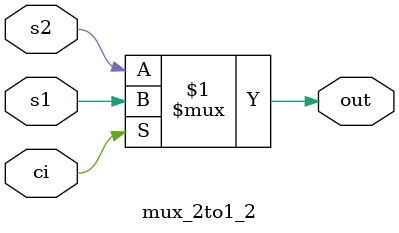
<source format=v>
module adder_32bits(a,b,ci,s,co);
input [31:0]a;
input [31:0]b;
input ci;
output [31:0]s;
output co;

wire [31:0] a,b,s;
wire [7:1] coo;


adder_4 adder_4_1(a[3:0],b[3:0],ci,s[3:0],coo[1]);
add_sel add_sel1(coo[1],a[7:4],b[7:4],coo[2],s[7:4]);
add_sel add_sel2(coo[2],a[11:8],b[11:8],coo[3],s[11:8]);
add_sel add_sel3(coo[3],a[15:12],b[15:12],coo[4],s[15:12]);
add_sel add_sel4(coo[4],a[19:16],b[19:16],coo[5],s[19:16]);
add_sel add_sel5(coo[5],a[23:20],b[23:20],coo[6],s[23:20]);
add_sel add_sel6(coo[6],a[27:24],b[27:24],coo[7],s[27:24]);
add_sel add_sel7(coo[7],a[31:28],b[31:28],co,s[31:28]);

endmodule


module adder_4(a,b,ci,s,co);
input [3:0]a,b;
input ci;
output co;
output [3:0]s;
f_adder f0(a[0],b[0],ci,s[0],ci1);
f_adder f1(a[1],b[1],ci1,s[1],ci2);
f_adder f2(a[2],b[2],ci2,s[2],ci3);
f_adder f3(a[3],b[3],ci3,s[3],co);
endmodule

module f_adder(ain,bin,cin,sum,cout);//1????//
output sum,cout;
input ain,bin,cin;
wire d,e,f;
h_adder h1(ain,bin,e,d);
h_adder h2(e,cin,sum,f);
or(cout,d,f);
endmodule

module h_adder(a,b,so,co);//???//
input a,b;
output so,co;
assign so=a^b;
assign co=a&b;
endmodule


module add4_head ( a, b, ci, s, pp, gg);
input[3:0]    a;
input[3:0]    b;
input         ci;
output[3:0]     s;
output          pp;
output          gg;
wire[3:0]       p;
wire[3:0]       g;
wire[2:0]       c;

assign p[0] = a[0] ^ b[0];
assign p[1] = a[1] ^ b[1];
assign p[2] = a[2] ^ b[2];
assign p[3] = a[3] ^ b[3];
assign g[0] = a[0] & b[0];
assign g[1] = a[1] & b[1];
assign g[2] = a[2] & b[2];
assign g[3] = a[3] & b[3];
assign c[0] = (p[0] & ci) | g[0];
assign c[1] = (p[1] & c[0]) | g[1];
assign c[2] = (p[2] & c[1]) | g[2];
assign pp = p[3] & p[2] & p[1] & p[0];
assign gg  = g[3] | (p[3] & (g[2] | p[2] & (g[1] | p[1] & g[0])));
assign s[0] = p[0] ^ ci;
assign s[1] = p[1] ^ c[0];
assign s[2] = p[2] ^ c[1];
assign s[3] = p[3] ^ c[2];

endmodule


module add_sel(cii,a,b,coo,s);
  input [3:0]a,b;
  input cii;
  output [3:0]s;
  output coo;
  
  wire [3:0]s1,s2;
  
  adder_4 adder_4_1(a,b,1,s1,co1);
  adder_4 adder_4_2(a,b,0,s2,co2);
  mux_2to1_1 mux_2to1_1(s1,s2,cii,s);
  mux_2to1_2 mux_2to1_2(co1,co2,cii,coo);
  
endmodule


module mux_2to1_1(s1,s2,ci,out);

input [3:0]s1;
input [3:0]s2;
input ci;
output [3:0]out;
   
assign out=ci?s1:s2;

endmodule



module mux_2to1_2(s1,s2,ci,out);

input s1;
input s2;
input ci;
output out;
assign out=ci?s1:s2;

endmodule
</source>
